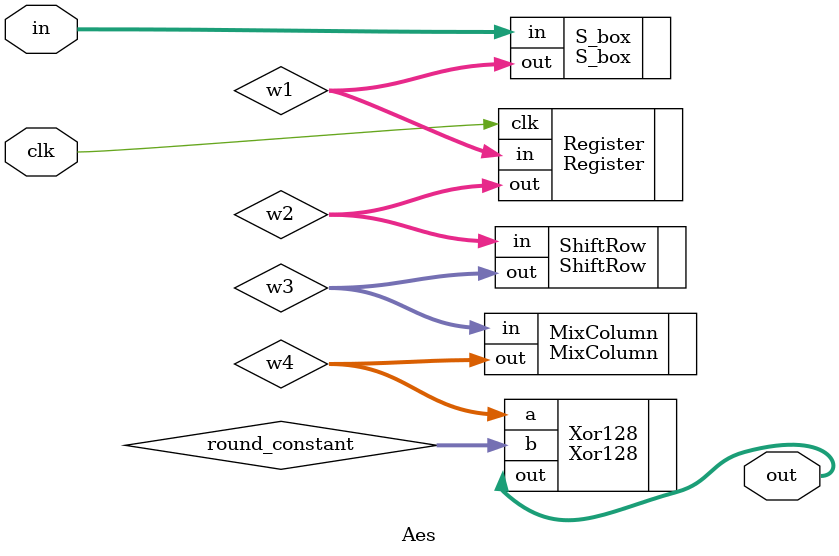
<source format=sv>
module Aes (in, clk, out);
	input [127:0] in;
	input clk;
	output logic [127:0] out;

	wire [127:0] round_constant;
	wire [127:0] w1, w2, w3, w4;

	S_box S_box (.in(in), .out(w1));
	Register Register (.in(w1), .clk(clk), .out(w2));
	ShiftRow ShiftRow (.in(w2), .out(w3));
	MixColumn MixColumn (.in(w3), .out(w4));
	Xor128 Xor128 (.a(w4), .b(round_constant), .out(out));

endmodule

</source>
